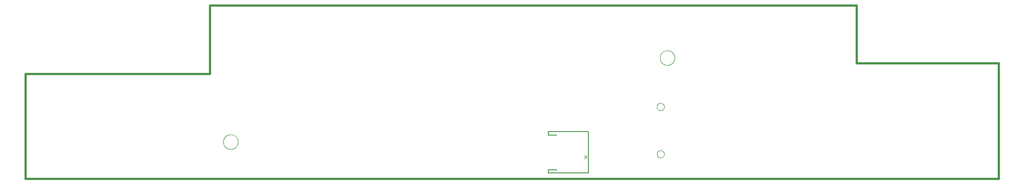
<source format=gbo>
G75*
%MOIN*%
%OFA0B0*%
%FSLAX25Y25*%
%IPPOS*%
%LPD*%
%AMOC8*
5,1,8,0,0,1.08239X$1,22.5*
%
%ADD10C,0.01600*%
%ADD11C,0.00800*%
%ADD12C,0.00100*%
%ADD13C,0.00000*%
D10*
X0130984Y0091614D02*
X0130984Y0170354D01*
X0268780Y0170354D01*
X0268780Y0221535D01*
X0753031Y0221535D01*
X0753031Y0178228D01*
X0859331Y0178228D01*
X0859331Y0091614D01*
X0130984Y0091614D01*
D11*
X0522323Y0095748D02*
X0522323Y0098307D01*
X0528622Y0098307D01*
X0522323Y0095748D02*
X0552244Y0095748D01*
X0552244Y0126850D01*
X0522323Y0126850D01*
X0522323Y0124291D01*
X0528622Y0124291D01*
D12*
X0549302Y0108573D02*
X0549302Y0108073D01*
X0549552Y0107822D01*
X0550053Y0107822D02*
X0550303Y0108323D01*
X0550303Y0108573D01*
X0550053Y0108823D01*
X0549552Y0108823D01*
X0549302Y0108573D01*
X0550053Y0107822D02*
X0550803Y0107822D01*
X0550803Y0108823D01*
X0550803Y0107350D02*
X0550803Y0106850D01*
X0550803Y0107100D02*
X0549552Y0107100D01*
X0549302Y0106850D01*
X0549302Y0106599D01*
X0549552Y0106349D01*
D13*
X0603500Y0109984D02*
X0603502Y0110089D01*
X0603508Y0110194D01*
X0603518Y0110298D01*
X0603532Y0110402D01*
X0603550Y0110506D01*
X0603572Y0110608D01*
X0603597Y0110710D01*
X0603627Y0110811D01*
X0603660Y0110910D01*
X0603697Y0111008D01*
X0603738Y0111105D01*
X0603783Y0111200D01*
X0603831Y0111293D01*
X0603882Y0111385D01*
X0603938Y0111474D01*
X0603996Y0111561D01*
X0604058Y0111646D01*
X0604122Y0111729D01*
X0604190Y0111809D01*
X0604261Y0111886D01*
X0604335Y0111960D01*
X0604412Y0112032D01*
X0604491Y0112101D01*
X0604573Y0112166D01*
X0604657Y0112229D01*
X0604744Y0112288D01*
X0604833Y0112344D01*
X0604924Y0112397D01*
X0605017Y0112446D01*
X0605111Y0112491D01*
X0605207Y0112533D01*
X0605305Y0112571D01*
X0605404Y0112605D01*
X0605505Y0112636D01*
X0605606Y0112662D01*
X0605709Y0112685D01*
X0605812Y0112704D01*
X0605916Y0112719D01*
X0606020Y0112730D01*
X0606125Y0112737D01*
X0606230Y0112740D01*
X0606335Y0112739D01*
X0606440Y0112734D01*
X0606544Y0112725D01*
X0606648Y0112712D01*
X0606752Y0112695D01*
X0606855Y0112674D01*
X0606957Y0112649D01*
X0607058Y0112621D01*
X0607157Y0112588D01*
X0607256Y0112552D01*
X0607353Y0112512D01*
X0607448Y0112469D01*
X0607542Y0112421D01*
X0607634Y0112371D01*
X0607724Y0112317D01*
X0607812Y0112259D01*
X0607897Y0112198D01*
X0607980Y0112134D01*
X0608061Y0112067D01*
X0608139Y0111997D01*
X0608214Y0111923D01*
X0608286Y0111848D01*
X0608356Y0111769D01*
X0608422Y0111688D01*
X0608486Y0111604D01*
X0608546Y0111518D01*
X0608602Y0111430D01*
X0608656Y0111339D01*
X0608706Y0111247D01*
X0608752Y0111153D01*
X0608795Y0111057D01*
X0608834Y0110959D01*
X0608869Y0110861D01*
X0608900Y0110760D01*
X0608928Y0110659D01*
X0608952Y0110557D01*
X0608972Y0110454D01*
X0608988Y0110350D01*
X0609000Y0110246D01*
X0609008Y0110141D01*
X0609012Y0110036D01*
X0609012Y0109932D01*
X0609008Y0109827D01*
X0609000Y0109722D01*
X0608988Y0109618D01*
X0608972Y0109514D01*
X0608952Y0109411D01*
X0608928Y0109309D01*
X0608900Y0109208D01*
X0608869Y0109107D01*
X0608834Y0109009D01*
X0608795Y0108911D01*
X0608752Y0108815D01*
X0608706Y0108721D01*
X0608656Y0108629D01*
X0608602Y0108538D01*
X0608546Y0108450D01*
X0608486Y0108364D01*
X0608422Y0108280D01*
X0608356Y0108199D01*
X0608286Y0108120D01*
X0608214Y0108045D01*
X0608139Y0107971D01*
X0608061Y0107901D01*
X0607980Y0107834D01*
X0607897Y0107770D01*
X0607812Y0107709D01*
X0607724Y0107651D01*
X0607634Y0107597D01*
X0607542Y0107547D01*
X0607448Y0107499D01*
X0607353Y0107456D01*
X0607256Y0107416D01*
X0607157Y0107380D01*
X0607058Y0107347D01*
X0606957Y0107319D01*
X0606855Y0107294D01*
X0606752Y0107273D01*
X0606648Y0107256D01*
X0606544Y0107243D01*
X0606440Y0107234D01*
X0606335Y0107229D01*
X0606230Y0107228D01*
X0606125Y0107231D01*
X0606020Y0107238D01*
X0605916Y0107249D01*
X0605812Y0107264D01*
X0605709Y0107283D01*
X0605606Y0107306D01*
X0605505Y0107332D01*
X0605404Y0107363D01*
X0605305Y0107397D01*
X0605207Y0107435D01*
X0605111Y0107477D01*
X0605017Y0107522D01*
X0604924Y0107571D01*
X0604833Y0107624D01*
X0604744Y0107680D01*
X0604657Y0107739D01*
X0604573Y0107802D01*
X0604491Y0107867D01*
X0604412Y0107936D01*
X0604335Y0108008D01*
X0604261Y0108082D01*
X0604190Y0108159D01*
X0604122Y0108239D01*
X0604058Y0108322D01*
X0603996Y0108407D01*
X0603938Y0108494D01*
X0603882Y0108583D01*
X0603831Y0108675D01*
X0603783Y0108768D01*
X0603738Y0108863D01*
X0603697Y0108960D01*
X0603660Y0109058D01*
X0603627Y0109157D01*
X0603597Y0109258D01*
X0603572Y0109360D01*
X0603550Y0109462D01*
X0603532Y0109566D01*
X0603518Y0109670D01*
X0603508Y0109774D01*
X0603502Y0109879D01*
X0603500Y0109984D01*
X0603500Y0145417D02*
X0603502Y0145522D01*
X0603508Y0145627D01*
X0603518Y0145731D01*
X0603532Y0145835D01*
X0603550Y0145939D01*
X0603572Y0146041D01*
X0603597Y0146143D01*
X0603627Y0146244D01*
X0603660Y0146343D01*
X0603697Y0146441D01*
X0603738Y0146538D01*
X0603783Y0146633D01*
X0603831Y0146726D01*
X0603882Y0146818D01*
X0603938Y0146907D01*
X0603996Y0146994D01*
X0604058Y0147079D01*
X0604122Y0147162D01*
X0604190Y0147242D01*
X0604261Y0147319D01*
X0604335Y0147393D01*
X0604412Y0147465D01*
X0604491Y0147534D01*
X0604573Y0147599D01*
X0604657Y0147662D01*
X0604744Y0147721D01*
X0604833Y0147777D01*
X0604924Y0147830D01*
X0605017Y0147879D01*
X0605111Y0147924D01*
X0605207Y0147966D01*
X0605305Y0148004D01*
X0605404Y0148038D01*
X0605505Y0148069D01*
X0605606Y0148095D01*
X0605709Y0148118D01*
X0605812Y0148137D01*
X0605916Y0148152D01*
X0606020Y0148163D01*
X0606125Y0148170D01*
X0606230Y0148173D01*
X0606335Y0148172D01*
X0606440Y0148167D01*
X0606544Y0148158D01*
X0606648Y0148145D01*
X0606752Y0148128D01*
X0606855Y0148107D01*
X0606957Y0148082D01*
X0607058Y0148054D01*
X0607157Y0148021D01*
X0607256Y0147985D01*
X0607353Y0147945D01*
X0607448Y0147902D01*
X0607542Y0147854D01*
X0607634Y0147804D01*
X0607724Y0147750D01*
X0607812Y0147692D01*
X0607897Y0147631D01*
X0607980Y0147567D01*
X0608061Y0147500D01*
X0608139Y0147430D01*
X0608214Y0147356D01*
X0608286Y0147281D01*
X0608356Y0147202D01*
X0608422Y0147121D01*
X0608486Y0147037D01*
X0608546Y0146951D01*
X0608602Y0146863D01*
X0608656Y0146772D01*
X0608706Y0146680D01*
X0608752Y0146586D01*
X0608795Y0146490D01*
X0608834Y0146392D01*
X0608869Y0146294D01*
X0608900Y0146193D01*
X0608928Y0146092D01*
X0608952Y0145990D01*
X0608972Y0145887D01*
X0608988Y0145783D01*
X0609000Y0145679D01*
X0609008Y0145574D01*
X0609012Y0145469D01*
X0609012Y0145365D01*
X0609008Y0145260D01*
X0609000Y0145155D01*
X0608988Y0145051D01*
X0608972Y0144947D01*
X0608952Y0144844D01*
X0608928Y0144742D01*
X0608900Y0144641D01*
X0608869Y0144540D01*
X0608834Y0144442D01*
X0608795Y0144344D01*
X0608752Y0144248D01*
X0608706Y0144154D01*
X0608656Y0144062D01*
X0608602Y0143971D01*
X0608546Y0143883D01*
X0608486Y0143797D01*
X0608422Y0143713D01*
X0608356Y0143632D01*
X0608286Y0143553D01*
X0608214Y0143478D01*
X0608139Y0143404D01*
X0608061Y0143334D01*
X0607980Y0143267D01*
X0607897Y0143203D01*
X0607812Y0143142D01*
X0607724Y0143084D01*
X0607634Y0143030D01*
X0607542Y0142980D01*
X0607448Y0142932D01*
X0607353Y0142889D01*
X0607256Y0142849D01*
X0607157Y0142813D01*
X0607058Y0142780D01*
X0606957Y0142752D01*
X0606855Y0142727D01*
X0606752Y0142706D01*
X0606648Y0142689D01*
X0606544Y0142676D01*
X0606440Y0142667D01*
X0606335Y0142662D01*
X0606230Y0142661D01*
X0606125Y0142664D01*
X0606020Y0142671D01*
X0605916Y0142682D01*
X0605812Y0142697D01*
X0605709Y0142716D01*
X0605606Y0142739D01*
X0605505Y0142765D01*
X0605404Y0142796D01*
X0605305Y0142830D01*
X0605207Y0142868D01*
X0605111Y0142910D01*
X0605017Y0142955D01*
X0604924Y0143004D01*
X0604833Y0143057D01*
X0604744Y0143113D01*
X0604657Y0143172D01*
X0604573Y0143235D01*
X0604491Y0143300D01*
X0604412Y0143369D01*
X0604335Y0143441D01*
X0604261Y0143515D01*
X0604190Y0143592D01*
X0604122Y0143672D01*
X0604058Y0143755D01*
X0603996Y0143840D01*
X0603938Y0143927D01*
X0603882Y0144016D01*
X0603831Y0144108D01*
X0603783Y0144201D01*
X0603738Y0144296D01*
X0603697Y0144393D01*
X0603660Y0144491D01*
X0603627Y0144590D01*
X0603597Y0144691D01*
X0603572Y0144793D01*
X0603550Y0144895D01*
X0603532Y0144999D01*
X0603518Y0145103D01*
X0603508Y0145207D01*
X0603502Y0145312D01*
X0603500Y0145417D01*
X0605787Y0182165D02*
X0605789Y0182313D01*
X0605795Y0182461D01*
X0605805Y0182609D01*
X0605819Y0182756D01*
X0605837Y0182903D01*
X0605858Y0183049D01*
X0605884Y0183195D01*
X0605914Y0183340D01*
X0605947Y0183484D01*
X0605985Y0183627D01*
X0606026Y0183769D01*
X0606071Y0183910D01*
X0606119Y0184050D01*
X0606172Y0184189D01*
X0606228Y0184326D01*
X0606288Y0184461D01*
X0606351Y0184595D01*
X0606418Y0184727D01*
X0606489Y0184857D01*
X0606563Y0184985D01*
X0606640Y0185111D01*
X0606721Y0185235D01*
X0606805Y0185357D01*
X0606892Y0185476D01*
X0606983Y0185593D01*
X0607077Y0185708D01*
X0607173Y0185820D01*
X0607273Y0185930D01*
X0607375Y0186036D01*
X0607481Y0186140D01*
X0607589Y0186241D01*
X0607700Y0186339D01*
X0607813Y0186435D01*
X0607929Y0186527D01*
X0608047Y0186616D01*
X0608168Y0186701D01*
X0608291Y0186784D01*
X0608416Y0186863D01*
X0608543Y0186939D01*
X0608672Y0187011D01*
X0608803Y0187080D01*
X0608936Y0187145D01*
X0609071Y0187206D01*
X0609207Y0187264D01*
X0609344Y0187319D01*
X0609483Y0187369D01*
X0609624Y0187416D01*
X0609765Y0187459D01*
X0609908Y0187499D01*
X0610052Y0187534D01*
X0610196Y0187566D01*
X0610342Y0187593D01*
X0610488Y0187617D01*
X0610635Y0187637D01*
X0610782Y0187653D01*
X0610929Y0187665D01*
X0611077Y0187673D01*
X0611225Y0187677D01*
X0611373Y0187677D01*
X0611521Y0187673D01*
X0611669Y0187665D01*
X0611816Y0187653D01*
X0611963Y0187637D01*
X0612110Y0187617D01*
X0612256Y0187593D01*
X0612402Y0187566D01*
X0612546Y0187534D01*
X0612690Y0187499D01*
X0612833Y0187459D01*
X0612974Y0187416D01*
X0613115Y0187369D01*
X0613254Y0187319D01*
X0613391Y0187264D01*
X0613527Y0187206D01*
X0613662Y0187145D01*
X0613795Y0187080D01*
X0613926Y0187011D01*
X0614055Y0186939D01*
X0614182Y0186863D01*
X0614307Y0186784D01*
X0614430Y0186701D01*
X0614551Y0186616D01*
X0614669Y0186527D01*
X0614785Y0186435D01*
X0614898Y0186339D01*
X0615009Y0186241D01*
X0615117Y0186140D01*
X0615223Y0186036D01*
X0615325Y0185930D01*
X0615425Y0185820D01*
X0615521Y0185708D01*
X0615615Y0185593D01*
X0615706Y0185476D01*
X0615793Y0185357D01*
X0615877Y0185235D01*
X0615958Y0185111D01*
X0616035Y0184985D01*
X0616109Y0184857D01*
X0616180Y0184727D01*
X0616247Y0184595D01*
X0616310Y0184461D01*
X0616370Y0184326D01*
X0616426Y0184189D01*
X0616479Y0184050D01*
X0616527Y0183910D01*
X0616572Y0183769D01*
X0616613Y0183627D01*
X0616651Y0183484D01*
X0616684Y0183340D01*
X0616714Y0183195D01*
X0616740Y0183049D01*
X0616761Y0182903D01*
X0616779Y0182756D01*
X0616793Y0182609D01*
X0616803Y0182461D01*
X0616809Y0182313D01*
X0616811Y0182165D01*
X0616809Y0182017D01*
X0616803Y0181869D01*
X0616793Y0181721D01*
X0616779Y0181574D01*
X0616761Y0181427D01*
X0616740Y0181281D01*
X0616714Y0181135D01*
X0616684Y0180990D01*
X0616651Y0180846D01*
X0616613Y0180703D01*
X0616572Y0180561D01*
X0616527Y0180420D01*
X0616479Y0180280D01*
X0616426Y0180141D01*
X0616370Y0180004D01*
X0616310Y0179869D01*
X0616247Y0179735D01*
X0616180Y0179603D01*
X0616109Y0179473D01*
X0616035Y0179345D01*
X0615958Y0179219D01*
X0615877Y0179095D01*
X0615793Y0178973D01*
X0615706Y0178854D01*
X0615615Y0178737D01*
X0615521Y0178622D01*
X0615425Y0178510D01*
X0615325Y0178400D01*
X0615223Y0178294D01*
X0615117Y0178190D01*
X0615009Y0178089D01*
X0614898Y0177991D01*
X0614785Y0177895D01*
X0614669Y0177803D01*
X0614551Y0177714D01*
X0614430Y0177629D01*
X0614307Y0177546D01*
X0614182Y0177467D01*
X0614055Y0177391D01*
X0613926Y0177319D01*
X0613795Y0177250D01*
X0613662Y0177185D01*
X0613527Y0177124D01*
X0613391Y0177066D01*
X0613254Y0177011D01*
X0613115Y0176961D01*
X0612974Y0176914D01*
X0612833Y0176871D01*
X0612690Y0176831D01*
X0612546Y0176796D01*
X0612402Y0176764D01*
X0612256Y0176737D01*
X0612110Y0176713D01*
X0611963Y0176693D01*
X0611816Y0176677D01*
X0611669Y0176665D01*
X0611521Y0176657D01*
X0611373Y0176653D01*
X0611225Y0176653D01*
X0611077Y0176657D01*
X0610929Y0176665D01*
X0610782Y0176677D01*
X0610635Y0176693D01*
X0610488Y0176713D01*
X0610342Y0176737D01*
X0610196Y0176764D01*
X0610052Y0176796D01*
X0609908Y0176831D01*
X0609765Y0176871D01*
X0609624Y0176914D01*
X0609483Y0176961D01*
X0609344Y0177011D01*
X0609207Y0177066D01*
X0609071Y0177124D01*
X0608936Y0177185D01*
X0608803Y0177250D01*
X0608672Y0177319D01*
X0608543Y0177391D01*
X0608416Y0177467D01*
X0608291Y0177546D01*
X0608168Y0177629D01*
X0608047Y0177714D01*
X0607929Y0177803D01*
X0607813Y0177895D01*
X0607700Y0177991D01*
X0607589Y0178089D01*
X0607481Y0178190D01*
X0607375Y0178294D01*
X0607273Y0178400D01*
X0607173Y0178510D01*
X0607077Y0178622D01*
X0606983Y0178737D01*
X0606892Y0178854D01*
X0606805Y0178973D01*
X0606721Y0179095D01*
X0606640Y0179219D01*
X0606563Y0179345D01*
X0606489Y0179473D01*
X0606418Y0179603D01*
X0606351Y0179735D01*
X0606288Y0179869D01*
X0606228Y0180004D01*
X0606172Y0180141D01*
X0606119Y0180280D01*
X0606071Y0180420D01*
X0606026Y0180561D01*
X0605985Y0180703D01*
X0605947Y0180846D01*
X0605914Y0180990D01*
X0605884Y0181135D01*
X0605858Y0181281D01*
X0605837Y0181427D01*
X0605819Y0181574D01*
X0605805Y0181721D01*
X0605795Y0181869D01*
X0605789Y0182017D01*
X0605787Y0182165D01*
X0279016Y0119173D02*
X0279018Y0119321D01*
X0279024Y0119469D01*
X0279034Y0119617D01*
X0279048Y0119764D01*
X0279066Y0119911D01*
X0279087Y0120057D01*
X0279113Y0120203D01*
X0279143Y0120348D01*
X0279176Y0120492D01*
X0279214Y0120635D01*
X0279255Y0120777D01*
X0279300Y0120918D01*
X0279348Y0121058D01*
X0279401Y0121197D01*
X0279457Y0121334D01*
X0279517Y0121469D01*
X0279580Y0121603D01*
X0279647Y0121735D01*
X0279718Y0121865D01*
X0279792Y0121993D01*
X0279869Y0122119D01*
X0279950Y0122243D01*
X0280034Y0122365D01*
X0280121Y0122484D01*
X0280212Y0122601D01*
X0280306Y0122716D01*
X0280402Y0122828D01*
X0280502Y0122938D01*
X0280604Y0123044D01*
X0280710Y0123148D01*
X0280818Y0123249D01*
X0280929Y0123347D01*
X0281042Y0123443D01*
X0281158Y0123535D01*
X0281276Y0123624D01*
X0281397Y0123709D01*
X0281520Y0123792D01*
X0281645Y0123871D01*
X0281772Y0123947D01*
X0281901Y0124019D01*
X0282032Y0124088D01*
X0282165Y0124153D01*
X0282300Y0124214D01*
X0282436Y0124272D01*
X0282573Y0124327D01*
X0282712Y0124377D01*
X0282853Y0124424D01*
X0282994Y0124467D01*
X0283137Y0124507D01*
X0283281Y0124542D01*
X0283425Y0124574D01*
X0283571Y0124601D01*
X0283717Y0124625D01*
X0283864Y0124645D01*
X0284011Y0124661D01*
X0284158Y0124673D01*
X0284306Y0124681D01*
X0284454Y0124685D01*
X0284602Y0124685D01*
X0284750Y0124681D01*
X0284898Y0124673D01*
X0285045Y0124661D01*
X0285192Y0124645D01*
X0285339Y0124625D01*
X0285485Y0124601D01*
X0285631Y0124574D01*
X0285775Y0124542D01*
X0285919Y0124507D01*
X0286062Y0124467D01*
X0286203Y0124424D01*
X0286344Y0124377D01*
X0286483Y0124327D01*
X0286620Y0124272D01*
X0286756Y0124214D01*
X0286891Y0124153D01*
X0287024Y0124088D01*
X0287155Y0124019D01*
X0287284Y0123947D01*
X0287411Y0123871D01*
X0287536Y0123792D01*
X0287659Y0123709D01*
X0287780Y0123624D01*
X0287898Y0123535D01*
X0288014Y0123443D01*
X0288127Y0123347D01*
X0288238Y0123249D01*
X0288346Y0123148D01*
X0288452Y0123044D01*
X0288554Y0122938D01*
X0288654Y0122828D01*
X0288750Y0122716D01*
X0288844Y0122601D01*
X0288935Y0122484D01*
X0289022Y0122365D01*
X0289106Y0122243D01*
X0289187Y0122119D01*
X0289264Y0121993D01*
X0289338Y0121865D01*
X0289409Y0121735D01*
X0289476Y0121603D01*
X0289539Y0121469D01*
X0289599Y0121334D01*
X0289655Y0121197D01*
X0289708Y0121058D01*
X0289756Y0120918D01*
X0289801Y0120777D01*
X0289842Y0120635D01*
X0289880Y0120492D01*
X0289913Y0120348D01*
X0289943Y0120203D01*
X0289969Y0120057D01*
X0289990Y0119911D01*
X0290008Y0119764D01*
X0290022Y0119617D01*
X0290032Y0119469D01*
X0290038Y0119321D01*
X0290040Y0119173D01*
X0290038Y0119025D01*
X0290032Y0118877D01*
X0290022Y0118729D01*
X0290008Y0118582D01*
X0289990Y0118435D01*
X0289969Y0118289D01*
X0289943Y0118143D01*
X0289913Y0117998D01*
X0289880Y0117854D01*
X0289842Y0117711D01*
X0289801Y0117569D01*
X0289756Y0117428D01*
X0289708Y0117288D01*
X0289655Y0117149D01*
X0289599Y0117012D01*
X0289539Y0116877D01*
X0289476Y0116743D01*
X0289409Y0116611D01*
X0289338Y0116481D01*
X0289264Y0116353D01*
X0289187Y0116227D01*
X0289106Y0116103D01*
X0289022Y0115981D01*
X0288935Y0115862D01*
X0288844Y0115745D01*
X0288750Y0115630D01*
X0288654Y0115518D01*
X0288554Y0115408D01*
X0288452Y0115302D01*
X0288346Y0115198D01*
X0288238Y0115097D01*
X0288127Y0114999D01*
X0288014Y0114903D01*
X0287898Y0114811D01*
X0287780Y0114722D01*
X0287659Y0114637D01*
X0287536Y0114554D01*
X0287411Y0114475D01*
X0287284Y0114399D01*
X0287155Y0114327D01*
X0287024Y0114258D01*
X0286891Y0114193D01*
X0286756Y0114132D01*
X0286620Y0114074D01*
X0286483Y0114019D01*
X0286344Y0113969D01*
X0286203Y0113922D01*
X0286062Y0113879D01*
X0285919Y0113839D01*
X0285775Y0113804D01*
X0285631Y0113772D01*
X0285485Y0113745D01*
X0285339Y0113721D01*
X0285192Y0113701D01*
X0285045Y0113685D01*
X0284898Y0113673D01*
X0284750Y0113665D01*
X0284602Y0113661D01*
X0284454Y0113661D01*
X0284306Y0113665D01*
X0284158Y0113673D01*
X0284011Y0113685D01*
X0283864Y0113701D01*
X0283717Y0113721D01*
X0283571Y0113745D01*
X0283425Y0113772D01*
X0283281Y0113804D01*
X0283137Y0113839D01*
X0282994Y0113879D01*
X0282853Y0113922D01*
X0282712Y0113969D01*
X0282573Y0114019D01*
X0282436Y0114074D01*
X0282300Y0114132D01*
X0282165Y0114193D01*
X0282032Y0114258D01*
X0281901Y0114327D01*
X0281772Y0114399D01*
X0281645Y0114475D01*
X0281520Y0114554D01*
X0281397Y0114637D01*
X0281276Y0114722D01*
X0281158Y0114811D01*
X0281042Y0114903D01*
X0280929Y0114999D01*
X0280818Y0115097D01*
X0280710Y0115198D01*
X0280604Y0115302D01*
X0280502Y0115408D01*
X0280402Y0115518D01*
X0280306Y0115630D01*
X0280212Y0115745D01*
X0280121Y0115862D01*
X0280034Y0115981D01*
X0279950Y0116103D01*
X0279869Y0116227D01*
X0279792Y0116353D01*
X0279718Y0116481D01*
X0279647Y0116611D01*
X0279580Y0116743D01*
X0279517Y0116877D01*
X0279457Y0117012D01*
X0279401Y0117149D01*
X0279348Y0117288D01*
X0279300Y0117428D01*
X0279255Y0117569D01*
X0279214Y0117711D01*
X0279176Y0117854D01*
X0279143Y0117998D01*
X0279113Y0118143D01*
X0279087Y0118289D01*
X0279066Y0118435D01*
X0279048Y0118582D01*
X0279034Y0118729D01*
X0279024Y0118877D01*
X0279018Y0119025D01*
X0279016Y0119173D01*
M02*

</source>
